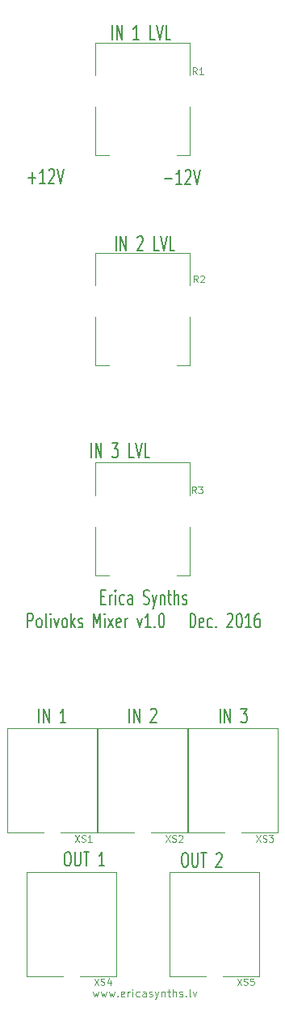
<source format=gto>
G04 #@! TF.FileFunction,Legend,Top*
%FSLAX46Y46*%
G04 Gerber Fmt 4.6, Leading zero omitted, Abs format (unit mm)*
G04 Created by KiCad (PCBNEW (2016-08-20 BZR 7083)-product) date Thu Dec  8 21:02:35 2016*
%MOMM*%
%LPD*%
G01*
G04 APERTURE LIST*
%ADD10C,0.100000*%
%ADD11C,0.200000*%
G04 APERTURE END LIST*
D10*
D11*
X16838095Y87792858D02*
X17600000Y87792858D01*
X18600000Y87221429D02*
X18028571Y87221429D01*
X18314285Y87221429D02*
X18314285Y88721429D01*
X18219047Y88507143D01*
X18123809Y88364286D01*
X18028571Y88292858D01*
X18980952Y88578572D02*
X19028571Y88650000D01*
X19123809Y88721429D01*
X19361904Y88721429D01*
X19457142Y88650000D01*
X19504761Y88578572D01*
X19552380Y88435715D01*
X19552380Y88292858D01*
X19504761Y88078572D01*
X18933333Y87221429D01*
X19552380Y87221429D01*
X19838095Y88721429D02*
X20171428Y87221429D01*
X20504761Y88721429D01*
X2538095Y87892858D02*
X3300000Y87892858D01*
X2919047Y87321429D02*
X2919047Y88464286D01*
X4300000Y87321429D02*
X3728571Y87321429D01*
X4014285Y87321429D02*
X4014285Y88821429D01*
X3919047Y88607143D01*
X3823809Y88464286D01*
X3728571Y88392858D01*
X4680952Y88678572D02*
X4728571Y88750000D01*
X4823809Y88821429D01*
X5061904Y88821429D01*
X5157142Y88750000D01*
X5204761Y88678572D01*
X5252380Y88535715D01*
X5252380Y88392858D01*
X5204761Y88178572D01*
X4633333Y87321429D01*
X5252380Y87321429D01*
X5538095Y88821429D02*
X5871428Y87321429D01*
X6204761Y88821429D01*
D10*
X9271428Y2671429D02*
X9423809Y2138096D01*
X9576190Y2519048D01*
X9728571Y2138096D01*
X9880952Y2671429D01*
X10109523Y2671429D02*
X10261904Y2138096D01*
X10414285Y2519048D01*
X10566666Y2138096D01*
X10719047Y2671429D01*
X10947619Y2671429D02*
X11100000Y2138096D01*
X11252380Y2519048D01*
X11404761Y2138096D01*
X11557142Y2671429D01*
X11861904Y2214286D02*
X11900000Y2176191D01*
X11861904Y2138096D01*
X11823809Y2176191D01*
X11861904Y2214286D01*
X11861904Y2138096D01*
X12547619Y2176191D02*
X12471428Y2138096D01*
X12319047Y2138096D01*
X12242857Y2176191D01*
X12204761Y2252381D01*
X12204761Y2557143D01*
X12242857Y2633334D01*
X12319047Y2671429D01*
X12471428Y2671429D01*
X12547619Y2633334D01*
X12585714Y2557143D01*
X12585714Y2480953D01*
X12204761Y2404762D01*
X12928571Y2138096D02*
X12928571Y2671429D01*
X12928571Y2519048D02*
X12966666Y2595239D01*
X13004761Y2633334D01*
X13080952Y2671429D01*
X13157142Y2671429D01*
X13423809Y2138096D02*
X13423809Y2671429D01*
X13423809Y2938096D02*
X13385714Y2900000D01*
X13423809Y2861905D01*
X13461904Y2900000D01*
X13423809Y2938096D01*
X13423809Y2861905D01*
X14147619Y2176191D02*
X14071428Y2138096D01*
X13919047Y2138096D01*
X13842857Y2176191D01*
X13804761Y2214286D01*
X13766666Y2290477D01*
X13766666Y2519048D01*
X13804761Y2595239D01*
X13842857Y2633334D01*
X13919047Y2671429D01*
X14071428Y2671429D01*
X14147619Y2633334D01*
X14833333Y2138096D02*
X14833333Y2557143D01*
X14795238Y2633334D01*
X14719047Y2671429D01*
X14566666Y2671429D01*
X14490476Y2633334D01*
X14833333Y2176191D02*
X14757142Y2138096D01*
X14566666Y2138096D01*
X14490476Y2176191D01*
X14452380Y2252381D01*
X14452380Y2328572D01*
X14490476Y2404762D01*
X14566666Y2442858D01*
X14757142Y2442858D01*
X14833333Y2480953D01*
X15176190Y2176191D02*
X15252380Y2138096D01*
X15404761Y2138096D01*
X15480952Y2176191D01*
X15519047Y2252381D01*
X15519047Y2290477D01*
X15480952Y2366667D01*
X15404761Y2404762D01*
X15290476Y2404762D01*
X15214285Y2442858D01*
X15176190Y2519048D01*
X15176190Y2557143D01*
X15214285Y2633334D01*
X15290476Y2671429D01*
X15404761Y2671429D01*
X15480952Y2633334D01*
X15785714Y2671429D02*
X15976190Y2138096D01*
X16166666Y2671429D02*
X15976190Y2138096D01*
X15900000Y1947620D01*
X15861904Y1909524D01*
X15785714Y1871429D01*
X16471428Y2671429D02*
X16471428Y2138096D01*
X16471428Y2595239D02*
X16509523Y2633334D01*
X16585714Y2671429D01*
X16700000Y2671429D01*
X16776190Y2633334D01*
X16814285Y2557143D01*
X16814285Y2138096D01*
X17080952Y2671429D02*
X17385714Y2671429D01*
X17195238Y2938096D02*
X17195238Y2252381D01*
X17233333Y2176191D01*
X17309523Y2138096D01*
X17385714Y2138096D01*
X17652380Y2138096D02*
X17652380Y2938096D01*
X17995238Y2138096D02*
X17995238Y2557143D01*
X17957142Y2633334D01*
X17880952Y2671429D01*
X17766666Y2671429D01*
X17690476Y2633334D01*
X17652380Y2595239D01*
X18338095Y2176191D02*
X18414285Y2138096D01*
X18566666Y2138096D01*
X18642857Y2176191D01*
X18680952Y2252381D01*
X18680952Y2290477D01*
X18642857Y2366667D01*
X18566666Y2404762D01*
X18452380Y2404762D01*
X18376190Y2442858D01*
X18338095Y2519048D01*
X18338095Y2557143D01*
X18376190Y2633334D01*
X18452380Y2671429D01*
X18566666Y2671429D01*
X18642857Y2633334D01*
X19023809Y2214286D02*
X19061904Y2176191D01*
X19023809Y2138096D01*
X18985714Y2176191D01*
X19023809Y2214286D01*
X19023809Y2138096D01*
X19519047Y2138096D02*
X19442857Y2176191D01*
X19404761Y2252381D01*
X19404761Y2938096D01*
X19747619Y2671429D02*
X19938095Y2138096D01*
X20128571Y2671429D01*
D11*
X10123809Y44032143D02*
X10457142Y44032143D01*
X10600000Y43246429D02*
X10123809Y43246429D01*
X10123809Y44746429D01*
X10600000Y44746429D01*
X11028571Y43246429D02*
X11028571Y44246429D01*
X11028571Y43960715D02*
X11076190Y44103572D01*
X11123809Y44175000D01*
X11219047Y44246429D01*
X11314285Y44246429D01*
X11647619Y43246429D02*
X11647619Y44246429D01*
X11647619Y44746429D02*
X11600000Y44675000D01*
X11647619Y44603572D01*
X11695238Y44675000D01*
X11647619Y44746429D01*
X11647619Y44603572D01*
X12552380Y43317858D02*
X12457142Y43246429D01*
X12266666Y43246429D01*
X12171428Y43317858D01*
X12123809Y43389286D01*
X12076190Y43532143D01*
X12076190Y43960715D01*
X12123809Y44103572D01*
X12171428Y44175000D01*
X12266666Y44246429D01*
X12457142Y44246429D01*
X12552380Y44175000D01*
X13409523Y43246429D02*
X13409523Y44032143D01*
X13361904Y44175000D01*
X13266666Y44246429D01*
X13076190Y44246429D01*
X12980952Y44175000D01*
X13409523Y43317858D02*
X13314285Y43246429D01*
X13076190Y43246429D01*
X12980952Y43317858D01*
X12933333Y43460715D01*
X12933333Y43603572D01*
X12980952Y43746429D01*
X13076190Y43817858D01*
X13314285Y43817858D01*
X13409523Y43889286D01*
X14600000Y43317858D02*
X14742857Y43246429D01*
X14980952Y43246429D01*
X15076190Y43317858D01*
X15123809Y43389286D01*
X15171428Y43532143D01*
X15171428Y43675000D01*
X15123809Y43817858D01*
X15076190Y43889286D01*
X14980952Y43960715D01*
X14790476Y44032143D01*
X14695238Y44103572D01*
X14647619Y44175000D01*
X14600000Y44317858D01*
X14600000Y44460715D01*
X14647619Y44603572D01*
X14695238Y44675000D01*
X14790476Y44746429D01*
X15028571Y44746429D01*
X15171428Y44675000D01*
X15504761Y44246429D02*
X15742857Y43246429D01*
X15980952Y44246429D02*
X15742857Y43246429D01*
X15647619Y42889286D01*
X15600000Y42817858D01*
X15504761Y42746429D01*
X16361904Y44246429D02*
X16361904Y43246429D01*
X16361904Y44103572D02*
X16409523Y44175000D01*
X16504761Y44246429D01*
X16647619Y44246429D01*
X16742857Y44175000D01*
X16790476Y44032143D01*
X16790476Y43246429D01*
X17123809Y44246429D02*
X17504761Y44246429D01*
X17266666Y44746429D02*
X17266666Y43460715D01*
X17314285Y43317858D01*
X17409523Y43246429D01*
X17504761Y43246429D01*
X17838095Y43246429D02*
X17838095Y44746429D01*
X18266666Y43246429D02*
X18266666Y44032143D01*
X18219047Y44175000D01*
X18123809Y44246429D01*
X17980952Y44246429D01*
X17885714Y44175000D01*
X17838095Y44103572D01*
X18695238Y43317858D02*
X18790476Y43246429D01*
X18980952Y43246429D01*
X19076190Y43317858D01*
X19123809Y43460715D01*
X19123809Y43532143D01*
X19076190Y43675000D01*
X18980952Y43746429D01*
X18838095Y43746429D01*
X18742857Y43817858D01*
X18695238Y43960715D01*
X18695238Y44032143D01*
X18742857Y44175000D01*
X18838095Y44246429D01*
X18980952Y44246429D01*
X19076190Y44175000D01*
X2433333Y40796429D02*
X2433333Y42296429D01*
X2814285Y42296429D01*
X2909523Y42225000D01*
X2957142Y42153572D01*
X3004761Y42010715D01*
X3004761Y41796429D01*
X2957142Y41653572D01*
X2909523Y41582143D01*
X2814285Y41510715D01*
X2433333Y41510715D01*
X3576190Y40796429D02*
X3480952Y40867858D01*
X3433333Y40939286D01*
X3385714Y41082143D01*
X3385714Y41510715D01*
X3433333Y41653572D01*
X3480952Y41725000D01*
X3576190Y41796429D01*
X3719047Y41796429D01*
X3814285Y41725000D01*
X3861904Y41653572D01*
X3909523Y41510715D01*
X3909523Y41082143D01*
X3861904Y40939286D01*
X3814285Y40867858D01*
X3719047Y40796429D01*
X3576190Y40796429D01*
X4480952Y40796429D02*
X4385714Y40867858D01*
X4338095Y41010715D01*
X4338095Y42296429D01*
X4861904Y40796429D02*
X4861904Y41796429D01*
X4861904Y42296429D02*
X4814285Y42225000D01*
X4861904Y42153572D01*
X4909523Y42225000D01*
X4861904Y42296429D01*
X4861904Y42153572D01*
X5242857Y41796429D02*
X5480952Y40796429D01*
X5719047Y41796429D01*
X6242857Y40796429D02*
X6147619Y40867858D01*
X6099999Y40939286D01*
X6052380Y41082143D01*
X6052380Y41510715D01*
X6099999Y41653572D01*
X6147619Y41725000D01*
X6242857Y41796429D01*
X6385714Y41796429D01*
X6480952Y41725000D01*
X6528571Y41653572D01*
X6576190Y41510715D01*
X6576190Y41082143D01*
X6528571Y40939286D01*
X6480952Y40867858D01*
X6385714Y40796429D01*
X6242857Y40796429D01*
X7004761Y40796429D02*
X7004761Y42296429D01*
X7099999Y41367858D02*
X7385714Y40796429D01*
X7385714Y41796429D02*
X7004761Y41225000D01*
X7766666Y40867858D02*
X7861904Y40796429D01*
X8052380Y40796429D01*
X8147619Y40867858D01*
X8195238Y41010715D01*
X8195238Y41082143D01*
X8147619Y41225000D01*
X8052380Y41296429D01*
X7909523Y41296429D01*
X7814285Y41367858D01*
X7766666Y41510715D01*
X7766666Y41582143D01*
X7814285Y41725000D01*
X7909523Y41796429D01*
X8052380Y41796429D01*
X8147619Y41725000D01*
X9385714Y40796429D02*
X9385714Y42296429D01*
X9719047Y41225000D01*
X10052380Y42296429D01*
X10052380Y40796429D01*
X10528571Y40796429D02*
X10528571Y41796429D01*
X10528571Y42296429D02*
X10480952Y42225000D01*
X10528571Y42153572D01*
X10576190Y42225000D01*
X10528571Y42296429D01*
X10528571Y42153572D01*
X10909523Y40796429D02*
X11433333Y41796429D01*
X10909523Y41796429D02*
X11433333Y40796429D01*
X12195238Y40867858D02*
X12099999Y40796429D01*
X11909523Y40796429D01*
X11814285Y40867858D01*
X11766666Y41010715D01*
X11766666Y41582143D01*
X11814285Y41725000D01*
X11909523Y41796429D01*
X12099999Y41796429D01*
X12195238Y41725000D01*
X12242857Y41582143D01*
X12242857Y41439286D01*
X11766666Y41296429D01*
X12671428Y40796429D02*
X12671428Y41796429D01*
X12671428Y41510715D02*
X12719047Y41653572D01*
X12766666Y41725000D01*
X12861904Y41796429D01*
X12957142Y41796429D01*
X13957142Y41796429D02*
X14195238Y40796429D01*
X14433333Y41796429D01*
X15338095Y40796429D02*
X14766666Y40796429D01*
X15052380Y40796429D02*
X15052380Y42296429D01*
X14957142Y42082143D01*
X14861904Y41939286D01*
X14766666Y41867858D01*
X15766666Y40939286D02*
X15814285Y40867858D01*
X15766666Y40796429D01*
X15719047Y40867858D01*
X15766666Y40939286D01*
X15766666Y40796429D01*
X16433333Y42296429D02*
X16528571Y42296429D01*
X16623809Y42225000D01*
X16671428Y42153572D01*
X16719047Y42010715D01*
X16766666Y41725000D01*
X16766666Y41367858D01*
X16719047Y41082143D01*
X16671428Y40939286D01*
X16623809Y40867858D01*
X16528571Y40796429D01*
X16433333Y40796429D01*
X16338095Y40867858D01*
X16290476Y40939286D01*
X16242857Y41082143D01*
X16195238Y41367858D01*
X16195238Y41725000D01*
X16242857Y42010715D01*
X16290476Y42153572D01*
X16338095Y42225000D01*
X16433333Y42296429D01*
X19480952Y40796429D02*
X19480952Y42296429D01*
X19719047Y42296429D01*
X19861904Y42225000D01*
X19957142Y42082143D01*
X20004761Y41939286D01*
X20052380Y41653572D01*
X20052380Y41439286D01*
X20004761Y41153572D01*
X19957142Y41010715D01*
X19861904Y40867858D01*
X19719047Y40796429D01*
X19480952Y40796429D01*
X20861904Y40867858D02*
X20766666Y40796429D01*
X20576190Y40796429D01*
X20480952Y40867858D01*
X20433333Y41010715D01*
X20433333Y41582143D01*
X20480952Y41725000D01*
X20576190Y41796429D01*
X20766666Y41796429D01*
X20861904Y41725000D01*
X20909523Y41582143D01*
X20909523Y41439286D01*
X20433333Y41296429D01*
X21766666Y40867858D02*
X21671428Y40796429D01*
X21480952Y40796429D01*
X21385714Y40867858D01*
X21338095Y40939286D01*
X21290476Y41082143D01*
X21290476Y41510715D01*
X21338095Y41653572D01*
X21385714Y41725000D01*
X21480952Y41796429D01*
X21671428Y41796429D01*
X21766666Y41725000D01*
X22195238Y40939286D02*
X22242857Y40867858D01*
X22195238Y40796429D01*
X22147619Y40867858D01*
X22195238Y40939286D01*
X22195238Y40796429D01*
X23385714Y42153572D02*
X23433333Y42225000D01*
X23528571Y42296429D01*
X23766666Y42296429D01*
X23861904Y42225000D01*
X23909523Y42153572D01*
X23957142Y42010715D01*
X23957142Y41867858D01*
X23909523Y41653572D01*
X23338095Y40796429D01*
X23957142Y40796429D01*
X24576190Y42296429D02*
X24671428Y42296429D01*
X24766666Y42225000D01*
X24814285Y42153572D01*
X24861904Y42010715D01*
X24909523Y41725000D01*
X24909523Y41367858D01*
X24861904Y41082143D01*
X24814285Y40939286D01*
X24766666Y40867858D01*
X24671428Y40796429D01*
X24576190Y40796429D01*
X24480952Y40867858D01*
X24433333Y40939286D01*
X24385714Y41082143D01*
X24338095Y41367858D01*
X24338095Y41725000D01*
X24385714Y42010715D01*
X24433333Y42153572D01*
X24480952Y42225000D01*
X24576190Y42296429D01*
X25861904Y40796429D02*
X25290476Y40796429D01*
X25576190Y40796429D02*
X25576190Y42296429D01*
X25480952Y42082143D01*
X25385714Y41939286D01*
X25290476Y41867858D01*
X26719047Y42296429D02*
X26528571Y42296429D01*
X26433333Y42225000D01*
X26385714Y42153572D01*
X26290476Y41939286D01*
X26242857Y41653572D01*
X26242857Y41082143D01*
X26290476Y40939286D01*
X26338095Y40867858D01*
X26433333Y40796429D01*
X26623809Y40796429D01*
X26719047Y40867858D01*
X26766666Y40939286D01*
X26814285Y41082143D01*
X26814285Y41439286D01*
X26766666Y41582143D01*
X26719047Y41653572D01*
X26623809Y41725000D01*
X26433333Y41725000D01*
X26338095Y41653572D01*
X26290476Y41582143D01*
X26242857Y41439286D01*
X9100000Y58621429D02*
X9100000Y60121429D01*
X9576190Y58621429D02*
X9576190Y60121429D01*
X10147619Y58621429D01*
X10147619Y60121429D01*
X11290476Y60121429D02*
X11909523Y60121429D01*
X11576190Y59550000D01*
X11719047Y59550000D01*
X11814285Y59478572D01*
X11861904Y59407143D01*
X11909523Y59264286D01*
X11909523Y58907143D01*
X11861904Y58764286D01*
X11814285Y58692858D01*
X11719047Y58621429D01*
X11433333Y58621429D01*
X11338095Y58692858D01*
X11290476Y58764286D01*
X13576190Y58621429D02*
X13100000Y58621429D01*
X13100000Y60121429D01*
X13766666Y60121429D02*
X14100000Y58621429D01*
X14433333Y60121429D01*
X15242857Y58621429D02*
X14766666Y58621429D01*
X14766666Y60121429D01*
X11700000Y80321429D02*
X11700000Y81821429D01*
X12176190Y80321429D02*
X12176190Y81821429D01*
X12747619Y80321429D01*
X12747619Y81821429D01*
X13938095Y81678572D02*
X13985714Y81750000D01*
X14080952Y81821429D01*
X14319047Y81821429D01*
X14414285Y81750000D01*
X14461904Y81678572D01*
X14509523Y81535715D01*
X14509523Y81392858D01*
X14461904Y81178572D01*
X13890476Y80321429D01*
X14509523Y80321429D01*
X16176190Y80321429D02*
X15700000Y80321429D01*
X15700000Y81821429D01*
X16366666Y81821429D02*
X16700000Y80321429D01*
X17033333Y81821429D01*
X17842857Y80321429D02*
X17366666Y80321429D01*
X17366666Y81821429D01*
X11300000Y102421429D02*
X11300000Y103921429D01*
X11776190Y102421429D02*
X11776190Y103921429D01*
X12347619Y102421429D01*
X12347619Y103921429D01*
X14109523Y102421429D02*
X13538095Y102421429D01*
X13823809Y102421429D02*
X13823809Y103921429D01*
X13728571Y103707143D01*
X13633333Y103564286D01*
X13538095Y103492858D01*
X15776190Y102421429D02*
X15300000Y102421429D01*
X15300000Y103921429D01*
X15966666Y103921429D02*
X16300000Y102421429D01*
X16633333Y103921429D01*
X17442857Y102421429D02*
X16966666Y102421429D01*
X16966666Y103921429D01*
X18842857Y17221429D02*
X19033333Y17221429D01*
X19128571Y17150000D01*
X19223809Y17007143D01*
X19271428Y16721429D01*
X19271428Y16221429D01*
X19223809Y15935715D01*
X19128571Y15792858D01*
X19033333Y15721429D01*
X18842857Y15721429D01*
X18747619Y15792858D01*
X18652380Y15935715D01*
X18604761Y16221429D01*
X18604761Y16721429D01*
X18652380Y17007143D01*
X18747619Y17150000D01*
X18842857Y17221429D01*
X19700000Y17221429D02*
X19700000Y16007143D01*
X19747619Y15864286D01*
X19795238Y15792858D01*
X19890476Y15721429D01*
X20080952Y15721429D01*
X20176190Y15792858D01*
X20223809Y15864286D01*
X20271428Y16007143D01*
X20271428Y17221429D01*
X20604761Y17221429D02*
X21176190Y17221429D01*
X20890476Y15721429D02*
X20890476Y17221429D01*
X22223809Y17078572D02*
X22271428Y17150000D01*
X22366666Y17221429D01*
X22604761Y17221429D01*
X22700000Y17150000D01*
X22747619Y17078572D01*
X22795238Y16935715D01*
X22795238Y16792858D01*
X22747619Y16578572D01*
X22176190Y15721429D01*
X22795238Y15721429D01*
X6542857Y17321429D02*
X6733333Y17321429D01*
X6828571Y17250000D01*
X6923809Y17107143D01*
X6971428Y16821429D01*
X6971428Y16321429D01*
X6923809Y16035715D01*
X6828571Y15892858D01*
X6733333Y15821429D01*
X6542857Y15821429D01*
X6447619Y15892858D01*
X6352380Y16035715D01*
X6304761Y16321429D01*
X6304761Y16821429D01*
X6352380Y17107143D01*
X6447619Y17250000D01*
X6542857Y17321429D01*
X7400000Y17321429D02*
X7400000Y16107143D01*
X7447619Y15964286D01*
X7495238Y15892858D01*
X7590476Y15821429D01*
X7780952Y15821429D01*
X7876190Y15892858D01*
X7923809Y15964286D01*
X7971428Y16107143D01*
X7971428Y17321429D01*
X8304761Y17321429D02*
X8876190Y17321429D01*
X8590476Y15821429D02*
X8590476Y17321429D01*
X10495238Y15821429D02*
X9923809Y15821429D01*
X10209523Y15821429D02*
X10209523Y17321429D01*
X10114285Y17107143D01*
X10019047Y16964286D01*
X9923809Y16892858D01*
X3619047Y30821429D02*
X3619047Y32321429D01*
X4095238Y30821429D02*
X4095238Y32321429D01*
X4666666Y30821429D01*
X4666666Y32321429D01*
X6428571Y30821429D02*
X5857142Y30821429D01*
X6142857Y30821429D02*
X6142857Y32321429D01*
X6047619Y32107143D01*
X5952380Y31964286D01*
X5857142Y31892858D01*
X22619047Y30821429D02*
X22619047Y32321429D01*
X23095238Y30821429D02*
X23095238Y32321429D01*
X23666666Y30821429D01*
X23666666Y32321429D01*
X24809523Y32321429D02*
X25428571Y32321429D01*
X25095238Y31750000D01*
X25238095Y31750000D01*
X25333333Y31678572D01*
X25380952Y31607143D01*
X25428571Y31464286D01*
X25428571Y31107143D01*
X25380952Y30964286D01*
X25333333Y30892858D01*
X25238095Y30821429D01*
X24952380Y30821429D01*
X24857142Y30892858D01*
X24809523Y30964286D01*
X13119047Y30821429D02*
X13119047Y32321429D01*
X13595238Y30821429D02*
X13595238Y32321429D01*
X14166666Y30821429D01*
X14166666Y32321429D01*
X15357142Y32178572D02*
X15404761Y32250000D01*
X15500000Y32321429D01*
X15738095Y32321429D01*
X15833333Y32250000D01*
X15880952Y32178572D01*
X15928571Y32035715D01*
X15928571Y31892858D01*
X15880952Y31678572D01*
X15309523Y30821429D01*
X15928571Y30821429D01*
D10*
X4111000Y19301000D02*
X301000Y19301000D01*
X301000Y19301000D02*
X301000Y30223000D01*
X301000Y30223000D02*
X9699000Y30223000D01*
X9699000Y30223000D02*
X9699000Y19301000D01*
X9699000Y19301000D02*
X5889000Y19301000D01*
X19453000Y95349000D02*
X19453000Y90269000D01*
X19453000Y90269000D02*
X18056000Y90269000D01*
X9547000Y95349000D02*
X9547000Y90269000D01*
X9547000Y90269000D02*
X10944000Y90269000D01*
X9547000Y98651000D02*
X9547000Y102080000D01*
X9547000Y102080000D02*
X19453000Y102080000D01*
X19453000Y102080000D02*
X19453000Y98651000D01*
X19453000Y73349000D02*
X19453000Y68269000D01*
X19453000Y68269000D02*
X18056000Y68269000D01*
X9547000Y73349000D02*
X9547000Y68269000D01*
X9547000Y68269000D02*
X10944000Y68269000D01*
X9547000Y76651000D02*
X9547000Y80080000D01*
X9547000Y80080000D02*
X19453000Y80080000D01*
X19453000Y80080000D02*
X19453000Y76651000D01*
X19453000Y51349000D02*
X19453000Y46269000D01*
X19453000Y46269000D02*
X18056000Y46269000D01*
X9547000Y51349000D02*
X9547000Y46269000D01*
X9547000Y46269000D02*
X10944000Y46269000D01*
X9547000Y54651000D02*
X9547000Y58080000D01*
X9547000Y58080000D02*
X19453000Y58080000D01*
X19453000Y58080000D02*
X19453000Y54651000D01*
X13611000Y19301000D02*
X9801000Y19301000D01*
X9801000Y19301000D02*
X9801000Y30223000D01*
X9801000Y30223000D02*
X19199000Y30223000D01*
X19199000Y30223000D02*
X19199000Y19301000D01*
X19199000Y19301000D02*
X15389000Y19301000D01*
X23111000Y19301000D02*
X19301000Y19301000D01*
X19301000Y19301000D02*
X19301000Y30223000D01*
X19301000Y30223000D02*
X28699000Y30223000D01*
X28699000Y30223000D02*
X28699000Y19301000D01*
X28699000Y19301000D02*
X24889000Y19301000D01*
X6111000Y4301000D02*
X2301000Y4301000D01*
X2301000Y4301000D02*
X2301000Y15223000D01*
X2301000Y15223000D02*
X11699000Y15223000D01*
X11699000Y15223000D02*
X11699000Y4301000D01*
X11699000Y4301000D02*
X7889000Y4301000D01*
X21111000Y4301000D02*
X17301000Y4301000D01*
X17301000Y4301000D02*
X17301000Y15223000D01*
X17301000Y15223000D02*
X26699000Y15223000D01*
X26699000Y15223000D02*
X26699000Y4301000D01*
X26699000Y4301000D02*
X22889000Y4301000D01*
X7402000Y19049334D02*
X7868666Y18349334D01*
X7868666Y19049334D02*
X7402000Y18349334D01*
X8102000Y18382667D02*
X8202000Y18349334D01*
X8368666Y18349334D01*
X8435333Y18382667D01*
X8468666Y18416000D01*
X8502000Y18482667D01*
X8502000Y18549334D01*
X8468666Y18616000D01*
X8435333Y18649334D01*
X8368666Y18682667D01*
X8235333Y18716000D01*
X8168666Y18749334D01*
X8135333Y18782667D01*
X8102000Y18849334D01*
X8102000Y18916000D01*
X8135333Y18982667D01*
X8168666Y19016000D01*
X8235333Y19049334D01*
X8402000Y19049334D01*
X8502000Y19016000D01*
X9168666Y18349334D02*
X8768666Y18349334D01*
X8968666Y18349334D02*
X8968666Y19049334D01*
X8902000Y18949334D01*
X8835333Y18882667D01*
X8768666Y18849334D01*
X20183333Y98783334D02*
X19950000Y99116667D01*
X19783333Y98783334D02*
X19783333Y99483334D01*
X20050000Y99483334D01*
X20116666Y99450000D01*
X20150000Y99416667D01*
X20183333Y99350000D01*
X20183333Y99250000D01*
X20150000Y99183334D01*
X20116666Y99150000D01*
X20050000Y99116667D01*
X19783333Y99116667D01*
X20850000Y98783334D02*
X20450000Y98783334D01*
X20650000Y98783334D02*
X20650000Y99483334D01*
X20583333Y99383334D01*
X20516666Y99316667D01*
X20450000Y99283334D01*
X20283333Y76983334D02*
X20050000Y77316667D01*
X19883333Y76983334D02*
X19883333Y77683334D01*
X20150000Y77683334D01*
X20216666Y77650000D01*
X20250000Y77616667D01*
X20283333Y77550000D01*
X20283333Y77450000D01*
X20250000Y77383334D01*
X20216666Y77350000D01*
X20150000Y77316667D01*
X19883333Y77316667D01*
X20550000Y77616667D02*
X20583333Y77650000D01*
X20650000Y77683334D01*
X20816666Y77683334D01*
X20883333Y77650000D01*
X20916666Y77616667D01*
X20950000Y77550000D01*
X20950000Y77483334D01*
X20916666Y77383334D01*
X20516666Y76983334D01*
X20950000Y76983334D01*
X20083333Y54883334D02*
X19850000Y55216667D01*
X19683333Y54883334D02*
X19683333Y55583334D01*
X19950000Y55583334D01*
X20016666Y55550000D01*
X20050000Y55516667D01*
X20083333Y55450000D01*
X20083333Y55350000D01*
X20050000Y55283334D01*
X20016666Y55250000D01*
X19950000Y55216667D01*
X19683333Y55216667D01*
X20316666Y55583334D02*
X20750000Y55583334D01*
X20516666Y55316667D01*
X20616666Y55316667D01*
X20683333Y55283334D01*
X20716666Y55250000D01*
X20750000Y55183334D01*
X20750000Y55016667D01*
X20716666Y54950000D01*
X20683333Y54916667D01*
X20616666Y54883334D01*
X20416666Y54883334D01*
X20350000Y54916667D01*
X20316666Y54950000D01*
X16902000Y19049334D02*
X17368666Y18349334D01*
X17368666Y19049334D02*
X16902000Y18349334D01*
X17602000Y18382667D02*
X17702000Y18349334D01*
X17868666Y18349334D01*
X17935333Y18382667D01*
X17968666Y18416000D01*
X18002000Y18482667D01*
X18002000Y18549334D01*
X17968666Y18616000D01*
X17935333Y18649334D01*
X17868666Y18682667D01*
X17735333Y18716000D01*
X17668666Y18749334D01*
X17635333Y18782667D01*
X17602000Y18849334D01*
X17602000Y18916000D01*
X17635333Y18982667D01*
X17668666Y19016000D01*
X17735333Y19049334D01*
X17902000Y19049334D01*
X18002000Y19016000D01*
X18268666Y18982667D02*
X18302000Y19016000D01*
X18368666Y19049334D01*
X18535333Y19049334D01*
X18602000Y19016000D01*
X18635333Y18982667D01*
X18668666Y18916000D01*
X18668666Y18849334D01*
X18635333Y18749334D01*
X18235333Y18349334D01*
X18668666Y18349334D01*
X26402000Y19049334D02*
X26868666Y18349334D01*
X26868666Y19049334D02*
X26402000Y18349334D01*
X27102000Y18382667D02*
X27202000Y18349334D01*
X27368666Y18349334D01*
X27435333Y18382667D01*
X27468666Y18416000D01*
X27502000Y18482667D01*
X27502000Y18549334D01*
X27468666Y18616000D01*
X27435333Y18649334D01*
X27368666Y18682667D01*
X27235333Y18716000D01*
X27168666Y18749334D01*
X27135333Y18782667D01*
X27102000Y18849334D01*
X27102000Y18916000D01*
X27135333Y18982667D01*
X27168666Y19016000D01*
X27235333Y19049334D01*
X27402000Y19049334D01*
X27502000Y19016000D01*
X27735333Y19049334D02*
X28168666Y19049334D01*
X27935333Y18782667D01*
X28035333Y18782667D01*
X28102000Y18749334D01*
X28135333Y18716000D01*
X28168666Y18649334D01*
X28168666Y18482667D01*
X28135333Y18416000D01*
X28102000Y18382667D01*
X28035333Y18349334D01*
X27835333Y18349334D01*
X27768666Y18382667D01*
X27735333Y18416000D01*
X9402000Y4049334D02*
X9868666Y3349334D01*
X9868666Y4049334D02*
X9402000Y3349334D01*
X10102000Y3382667D02*
X10202000Y3349334D01*
X10368666Y3349334D01*
X10435333Y3382667D01*
X10468666Y3416000D01*
X10502000Y3482667D01*
X10502000Y3549334D01*
X10468666Y3616000D01*
X10435333Y3649334D01*
X10368666Y3682667D01*
X10235333Y3716000D01*
X10168666Y3749334D01*
X10135333Y3782667D01*
X10102000Y3849334D01*
X10102000Y3916000D01*
X10135333Y3982667D01*
X10168666Y4016000D01*
X10235333Y4049334D01*
X10402000Y4049334D01*
X10502000Y4016000D01*
X11102000Y3816000D02*
X11102000Y3349334D01*
X10935333Y4082667D02*
X10768666Y3582667D01*
X11202000Y3582667D01*
X24402000Y4049334D02*
X24868666Y3349334D01*
X24868666Y4049334D02*
X24402000Y3349334D01*
X25102000Y3382667D02*
X25202000Y3349334D01*
X25368666Y3349334D01*
X25435333Y3382667D01*
X25468666Y3416000D01*
X25502000Y3482667D01*
X25502000Y3549334D01*
X25468666Y3616000D01*
X25435333Y3649334D01*
X25368666Y3682667D01*
X25235333Y3716000D01*
X25168666Y3749334D01*
X25135333Y3782667D01*
X25102000Y3849334D01*
X25102000Y3916000D01*
X25135333Y3982667D01*
X25168666Y4016000D01*
X25235333Y4049334D01*
X25402000Y4049334D01*
X25502000Y4016000D01*
X26135333Y4049334D02*
X25802000Y4049334D01*
X25768666Y3716000D01*
X25802000Y3749334D01*
X25868666Y3782667D01*
X26035333Y3782667D01*
X26102000Y3749334D01*
X26135333Y3716000D01*
X26168666Y3649334D01*
X26168666Y3482667D01*
X26135333Y3416000D01*
X26102000Y3382667D01*
X26035333Y3349334D01*
X25868666Y3349334D01*
X25802000Y3382667D01*
X25768666Y3416000D01*
M02*

</source>
